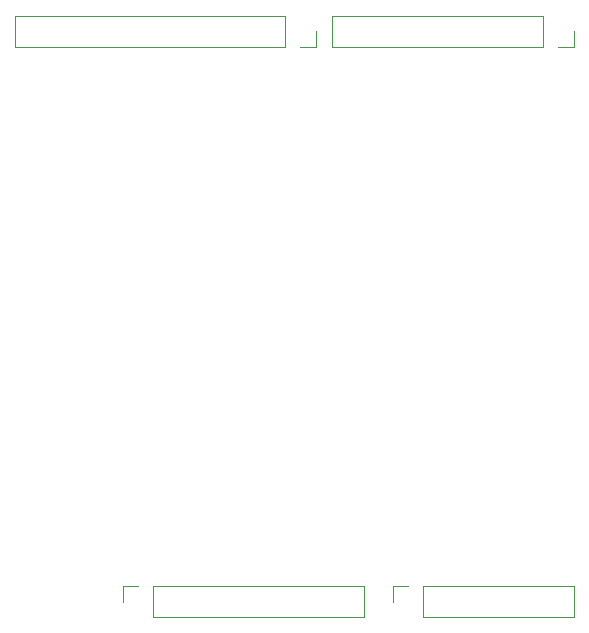
<source format=gbr>
%TF.GenerationSoftware,KiCad,Pcbnew,7.0.7*%
%TF.CreationDate,2025-08-02T13:59:43+07:00*%
%TF.ProjectId,uno-r4-shield-template,756e6f2d-7234-42d7-9368-69656c642d74,rev?*%
%TF.SameCoordinates,Original*%
%TF.FileFunction,Legend,Bot*%
%TF.FilePolarity,Positive*%
%FSLAX46Y46*%
G04 Gerber Fmt 4.6, Leading zero omitted, Abs format (unit mm)*
G04 Created by KiCad (PCBNEW 7.0.7) date 2025-08-02 13:59:43*
%MOMM*%
%LPD*%
G01*
G04 APERTURE LIST*
%ADD10C,0.120000*%
G04 APERTURE END LIST*
D10*
%TO.C,J1*%
X185471733Y-106135000D02*
X185471733Y-108795000D01*
X167631733Y-106135000D02*
X185471733Y-106135000D01*
X167631733Y-106135000D02*
X167631733Y-108795000D01*
X166361733Y-106135000D02*
X165031733Y-106135000D01*
X165031733Y-106135000D02*
X165031733Y-107465000D01*
X167631733Y-108795000D02*
X185471733Y-108795000D01*
%TO.C,J4*%
X155901733Y-60530000D02*
X155901733Y-57870000D01*
X178821733Y-60530000D02*
X155901733Y-60530000D01*
X178821733Y-60530000D02*
X178821733Y-57870000D01*
X180091733Y-60530000D02*
X181421733Y-60530000D01*
X181421733Y-60530000D02*
X181421733Y-59200000D01*
X178821733Y-57870000D02*
X155901733Y-57870000D01*
%TO.C,J2*%
X203256733Y-106135000D02*
X203256733Y-108795000D01*
X190496733Y-106135000D02*
X203256733Y-106135000D01*
X190496733Y-106135000D02*
X190496733Y-108795000D01*
X189226733Y-106135000D02*
X187896733Y-106135000D01*
X187896733Y-106135000D02*
X187896733Y-107465000D01*
X190496733Y-108795000D02*
X203256733Y-108795000D01*
%TO.C,J5*%
X182781733Y-60530000D02*
X182781733Y-57870000D01*
X200621733Y-60530000D02*
X182781733Y-60530000D01*
X200621733Y-60530000D02*
X200621733Y-57870000D01*
X201891733Y-60530000D02*
X203221733Y-60530000D01*
X203221733Y-60530000D02*
X203221733Y-59200000D01*
X200621733Y-57870000D02*
X182781733Y-57870000D01*
%TD*%
M02*

</source>
